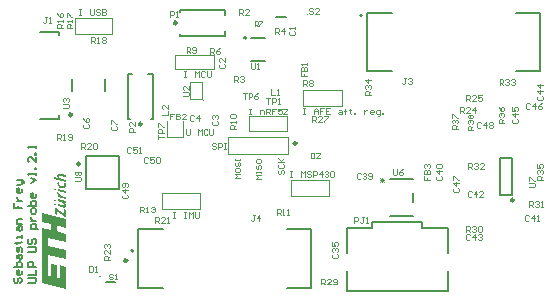
<source format=gto>
G04*
G04 #@! TF.GenerationSoftware,Altium Limited,Altium Designer,23.3.1 (30)*
G04*
G04 Layer_Color=65535*
%FSLAX44Y44*%
%MOMM*%
G71*
G04*
G04 #@! TF.SameCoordinates,1BDB8193-2A7E-4E3D-832C-0021DEAB59C5*
G04*
G04*
G04 #@! TF.FilePolarity,Positive*
G04*
G01*
G75*
%ADD10C,0.1000*%
%ADD11C,0.2500*%
%ADD12C,0.1800*%
%ADD13C,0.2000*%
%ADD14C,0.1270*%
%ADD15C,0.0500*%
%ADD16C,0.1524*%
%ADD17C,0.1300*%
G36*
X49090Y78990D02*
Y77150D01*
X47810Y77430D01*
X48350Y76970D01*
X48770Y76550D01*
X49090Y75990D01*
X49250Y75350D01*
Y74710D01*
X49170Y74390D01*
X48930Y73990D01*
X48610Y73670D01*
X48130Y73510D01*
X47570Y73430D01*
X46970Y73460D01*
X45650Y73750D01*
X42110Y74520D01*
Y76300D01*
X46730Y75270D01*
X47010Y75230D01*
X47330D01*
X47570Y75270D01*
X47730Y75430D01*
X47810Y75670D01*
Y75910D01*
X47650Y76230D01*
X47430Y76550D01*
X47010Y76950D01*
X46370Y77350D01*
X45650Y77750D01*
X44840Y78090D01*
X42110Y78690D01*
Y80540D01*
X49090Y78990D01*
D02*
G37*
G36*
X40690Y73380D02*
X47430Y68210D01*
Y71880D01*
X49090Y71510D01*
Y65470D01*
X48020Y65700D01*
X41310Y70850D01*
Y67190D01*
X39650Y67560D01*
Y73610D01*
X40690Y73380D01*
D02*
G37*
G36*
X49250Y63850D02*
Y56470D01*
X41580Y58270D01*
Y53150D01*
X49250Y51350D01*
Y43970D01*
X34450Y47440D01*
Y40850D01*
X49250Y37370D01*
Y29550D01*
X34450Y33040D01*
Y15840D01*
X36810Y15280D01*
Y25910D01*
X41610Y24780D01*
Y14160D01*
X44050Y13590D01*
Y24690D01*
X49250Y23470D01*
Y12360D01*
Y4550D01*
X29250Y9250D01*
Y56040D01*
X36780Y54280D01*
Y59400D01*
X29250Y61170D01*
Y68550D01*
X49250Y63850D01*
D02*
G37*
G36*
X49090Y87470D02*
Y85830D01*
X42110Y87380D01*
Y89020D01*
X49090Y87470D01*
D02*
G37*
G36*
X43720Y85780D02*
X43650Y85510D01*
Y85310D01*
X43770Y85030D01*
X43970Y84750D01*
X44310Y84410D01*
X44970Y83910D01*
X45650Y83550D01*
X46730Y83110D01*
X47960Y82730D01*
X49090Y82480D01*
Y80840D01*
X42110Y82390D01*
Y84030D01*
X44050Y83600D01*
X43410Y83910D01*
X42930Y84230D01*
X42650Y84510D01*
X42370Y84830D01*
X42210Y85070D01*
X42050Y85430D01*
X42010Y85670D01*
Y85910D01*
X42050Y86150D01*
X43720Y85780D01*
D02*
G37*
G36*
X44230Y102180D02*
X45550Y101890D01*
X49090Y101120D01*
Y99340D01*
X44470Y100370D01*
X44190Y100410D01*
X43870D01*
X43630Y100370D01*
X43470Y100210D01*
X43390Y99970D01*
Y99730D01*
X43550Y99410D01*
X43770Y99090D01*
X44190Y98690D01*
X44830Y98290D01*
X45550Y97890D01*
X46360Y97550D01*
X49090Y96950D01*
Y95310D01*
X38840Y97580D01*
Y99220D01*
X43390Y98210D01*
X42850Y98670D01*
X42430Y99090D01*
X42110Y99650D01*
X41950Y100290D01*
Y100930D01*
X42030Y101250D01*
X42270Y101650D01*
X42590Y101970D01*
X43070Y102130D01*
X43630Y102210D01*
X44230Y102180D01*
D02*
G37*
G36*
X43690Y94990D02*
X43610Y94710D01*
X43570Y94510D01*
X43530Y94070D01*
Y93590D01*
X43570Y93270D01*
X43690Y92950D01*
X43890Y92630D01*
X44330Y92270D01*
X44690Y92030D01*
X45130Y91830D01*
X45650Y91670D01*
X46170Y91590D01*
X46530D01*
X46810Y91630D01*
X47090Y91710D01*
X47330Y91830D01*
X47490Y91990D01*
X47650Y92270D01*
X47730Y92590D01*
Y92870D01*
X47690Y93270D01*
X47570Y93790D01*
X47440Y94160D01*
X49010Y93990D01*
X49060Y93800D01*
X49170Y93350D01*
X49250Y92630D01*
Y92230D01*
X49170Y91430D01*
X49090Y91070D01*
X48930Y90710D01*
X48690Y90390D01*
X48370Y90150D01*
X47970Y89950D01*
X47570Y89830D01*
X46970Y89750D01*
X46290D01*
X45770Y89830D01*
X45250Y89950D01*
X44690Y90150D01*
X44210Y90350D01*
X43730Y90630D01*
X43330Y90950D01*
X43010Y91270D01*
X42610Y91790D01*
X42290Y92430D01*
X42110Y93190D01*
X42050Y93910D01*
Y94550D01*
X42110Y94950D01*
X42240Y95310D01*
X43690Y94990D01*
D02*
G37*
D10*
X78500Y15000D02*
G03*
X77500Y15000I-500J0D01*
G01*
D02*
G03*
X78434Y14752I500J0D01*
G01*
X253250Y236500D02*
G03*
X254250Y236500I500J0D01*
G01*
D02*
G03*
X253250Y236500I-500J0D01*
G01*
X165900Y163850D02*
G03*
X165900Y163850I-500J0D01*
G01*
X130250Y85500D02*
X162500D01*
X130250Y71750D02*
Y85500D01*
Y71750D02*
X162500D01*
Y85500D01*
X56750Y220500D02*
X88000D01*
X134541Y133500D02*
X148500D01*
Y146302D01*
X134541Y133500D02*
Y146302D01*
X186541Y133250D02*
X237000D01*
X186541Y118500D02*
X237000D01*
Y133250D01*
X186541Y118500D02*
Y133250D01*
X141750Y202500D02*
X174500D01*
X239500Y83250D02*
X271750D01*
X239500D02*
Y96750D01*
X271750Y83250D02*
Y96750D01*
X239500D02*
X271750D01*
X141750Y190500D02*
Y202500D01*
X174500Y190500D02*
Y202500D01*
X141750Y190500D02*
X174500D01*
X250000Y159250D02*
Y173250D01*
X283250Y159250D02*
Y173250D01*
X250000Y159250D02*
X283250D01*
X250000Y173250D02*
X283250D01*
X204291Y138000D02*
Y150802D01*
X236541Y138000D02*
Y150802D01*
X204291Y138000D02*
X236541D01*
X204291Y150802D02*
X236541D01*
X56750Y220500D02*
Y233750D01*
X88000Y220500D02*
Y233750D01*
X56750D02*
X88000D01*
X150750Y139998D02*
Y135833D01*
X151583Y135000D01*
X153249D01*
X154082Y135833D01*
Y139998D01*
X160747Y135000D02*
Y139998D01*
X162413Y138332D01*
X164079Y139998D01*
Y135000D01*
X169077Y139165D02*
X168244Y139998D01*
X166578D01*
X165745Y139165D01*
Y135833D01*
X166578Y135000D01*
X168244D01*
X169077Y135833D01*
X170743Y139998D02*
Y135833D01*
X171576Y135000D01*
X173243D01*
X174076Y135833D01*
Y139998D01*
X176582Y127415D02*
X175749Y128248D01*
X174083D01*
X173250Y127415D01*
Y126582D01*
X174083Y125749D01*
X175749D01*
X176582Y124916D01*
Y124083D01*
X175749Y123250D01*
X174083D01*
X173250Y124083D01*
X178248Y123250D02*
Y128248D01*
X180748D01*
X181581Y127415D01*
Y125749D01*
X180748Y124916D01*
X178248D01*
X183247Y128248D02*
X184913D01*
X184080D01*
Y123250D01*
X183247D01*
X184913D01*
X229835Y105332D02*
X229002Y104499D01*
Y102833D01*
X229835Y102000D01*
X230668D01*
X231501Y102833D01*
Y104499D01*
X232334Y105332D01*
X233167D01*
X234000Y104499D01*
Y102833D01*
X233167Y102000D01*
X229835Y110331D02*
X229002Y109497D01*
Y107831D01*
X229835Y106998D01*
X233167D01*
X234000Y107831D01*
Y109497D01*
X233167Y110331D01*
X229002Y111997D02*
X234000D01*
X232334D01*
X229002Y115329D01*
X231501Y112830D01*
X234000Y115329D01*
X214750Y97250D02*
X209752D01*
X211418Y98916D01*
X209752Y100582D01*
X214750D01*
X209752Y102248D02*
Y103914D01*
Y103081D01*
X214750D01*
Y102248D01*
Y103914D01*
X210585Y109746D02*
X209752Y108913D01*
Y107247D01*
X210585Y106414D01*
X211418D01*
X212251Y107247D01*
Y108913D01*
X213084Y109746D01*
X213917D01*
X214750Y108913D01*
Y107247D01*
X213917Y106414D01*
X209752Y113911D02*
Y112245D01*
X210585Y111412D01*
X213917D01*
X214750Y112245D01*
Y113911D01*
X213917Y114744D01*
X210585D01*
X209752Y113911D01*
X197000Y98250D02*
X192002D01*
X193668Y99916D01*
X192002Y101582D01*
X197000D01*
X192002Y105747D02*
Y104081D01*
X192835Y103248D01*
X196167D01*
X197000Y104081D01*
Y105747D01*
X196167Y106581D01*
X192835D01*
X192002Y105747D01*
X192835Y111579D02*
X192002Y110746D01*
Y109080D01*
X192835Y108247D01*
X193668D01*
X194501Y109080D01*
Y110746D01*
X195334Y111579D01*
X196167D01*
X197000Y110746D01*
Y109080D01*
X196167Y108247D01*
X192002Y113245D02*
Y114911D01*
Y114078D01*
X197000D01*
Y113245D01*
Y114911D01*
X239000Y104248D02*
X240666D01*
X239833D01*
Y99250D01*
X239000D01*
X240666D01*
X248164D02*
Y104248D01*
X249830Y102582D01*
X251496Y104248D01*
Y99250D01*
X256494Y103415D02*
X255661Y104248D01*
X253995D01*
X253162Y103415D01*
Y102582D01*
X253995Y101749D01*
X255661D01*
X256494Y100916D01*
Y100083D01*
X255661Y99250D01*
X253995D01*
X253162Y100083D01*
X258160Y99250D02*
Y104248D01*
X260660D01*
X261493Y103415D01*
Y101749D01*
X260660Y100916D01*
X258160D01*
X265658Y99250D02*
Y104248D01*
X263159Y101749D01*
X266491D01*
X268157Y103415D02*
X268990Y104248D01*
X270656D01*
X271489Y103415D01*
Y102582D01*
X270656Y101749D01*
X269823D01*
X270656D01*
X271489Y100916D01*
Y100083D01*
X270656Y99250D01*
X268990D01*
X268157Y100083D01*
X273155Y103415D02*
X273989Y104248D01*
X275655D01*
X276488Y103415D01*
Y100083D01*
X275655Y99250D01*
X273989D01*
X273155Y100083D01*
Y103415D01*
X140250Y69248D02*
X141916D01*
X141083D01*
Y64250D01*
X140250D01*
X141916D01*
X149414Y69248D02*
X151080D01*
X150247D01*
Y64250D01*
X149414D01*
X151080D01*
X153579D02*
Y69248D01*
X155245Y67582D01*
X156911Y69248D01*
Y64250D01*
X158577Y69248D02*
Y65083D01*
X159410Y64250D01*
X161077D01*
X161910Y65083D01*
Y69248D01*
X149500Y189248D02*
X151166D01*
X150333D01*
Y184250D01*
X149500D01*
X151166D01*
X158664D02*
Y189248D01*
X160330Y187582D01*
X161996Y189248D01*
Y184250D01*
X166994Y188415D02*
X166161Y189248D01*
X164495D01*
X163662Y188415D01*
Y185083D01*
X164495Y184250D01*
X166161D01*
X166994Y185083D01*
X168660Y189248D02*
Y185083D01*
X169494Y184250D01*
X171160D01*
X171993Y185083D01*
Y189248D01*
X250250Y157914D02*
X251916D01*
X251083D01*
Y152916D01*
X250250D01*
X251916D01*
X259414D02*
Y156248D01*
X261080Y157914D01*
X262746Y156248D01*
Y152916D01*
Y155415D01*
X259414D01*
X267744Y157914D02*
X264412D01*
Y155415D01*
X266078D01*
X264412D01*
Y152916D01*
X272743Y157914D02*
X269410D01*
Y152916D01*
X272743D01*
X269410Y155415D02*
X271077D01*
X280240Y156248D02*
X281906D01*
X282739Y155415D01*
Y152916D01*
X280240D01*
X279407Y153749D01*
X280240Y154582D01*
X282739D01*
X285239Y152916D02*
Y157081D01*
Y155415D01*
X284405D01*
X286072D01*
X285239D01*
Y157081D01*
X286072Y157914D01*
X289404Y157081D02*
Y156248D01*
X288571D01*
X290237D01*
X289404D01*
Y153749D01*
X290237Y152916D01*
X292736D02*
Y153749D01*
X293569D01*
Y152916D01*
X292736D01*
X301900Y156248D02*
Y152916D01*
Y154582D01*
X302733Y155415D01*
X303566Y156248D01*
X304399D01*
X309397Y152916D02*
X307731D01*
X306898Y153749D01*
Y155415D01*
X307731Y156248D01*
X309397D01*
X310230Y155415D01*
Y154582D01*
X306898D01*
X313563Y151250D02*
X314396D01*
X315229Y152083D01*
Y156248D01*
X312730D01*
X311897Y155415D01*
Y153749D01*
X312730Y152916D01*
X315229D01*
X316895D02*
Y153749D01*
X317728D01*
Y152916D01*
X316895D01*
X204250Y157248D02*
X205916D01*
X205083D01*
Y152250D01*
X204250D01*
X205916D01*
X213414D02*
Y155582D01*
X215913D01*
X216746Y154749D01*
Y152250D01*
X218412D02*
Y157248D01*
X220911D01*
X221744Y156415D01*
Y154749D01*
X220911Y153916D01*
X218412D01*
X220078D02*
X221744Y152250D01*
X226743Y157248D02*
X223410D01*
Y154749D01*
X225077D01*
X223410D01*
Y152250D01*
X231741Y157248D02*
X228409D01*
Y154749D01*
X230075Y155582D01*
X230908D01*
X231741Y154749D01*
Y153083D01*
X230908Y152250D01*
X229242D01*
X228409Y153083D01*
X236739Y152250D02*
X233407D01*
X236739Y155582D01*
Y156415D01*
X235906Y157248D01*
X234240D01*
X233407Y156415D01*
X60500Y241248D02*
X62166D01*
X61333D01*
Y236250D01*
X60500D01*
X62166D01*
X69664Y241248D02*
Y237083D01*
X70497Y236250D01*
X72163D01*
X72996Y237083D01*
Y241248D01*
X77994Y240415D02*
X77161Y241248D01*
X75495D01*
X74662Y240415D01*
Y239582D01*
X75495Y238749D01*
X77161D01*
X77994Y237916D01*
Y237083D01*
X77161Y236250D01*
X75495D01*
X74662Y237083D01*
X79660Y241248D02*
Y236250D01*
X82160D01*
X82993Y237083D01*
Y237916D01*
X82160Y238749D01*
X79660D01*
X82160D01*
X82993Y239582D01*
Y240415D01*
X82160Y241248D01*
X79660D01*
X314806Y98717D02*
X318138Y95385D01*
X314806D02*
X318138Y98717D01*
X314806Y97051D02*
X318138D01*
X316472Y95385D02*
Y98717D01*
X195585Y236751D02*
Y241749D01*
X198084D01*
X198917Y240916D01*
Y239250D01*
X198084Y238417D01*
X195585D01*
X197251D02*
X198917Y236751D01*
X203915D02*
X200583D01*
X203915Y240083D01*
Y240916D01*
X203082Y241749D01*
X201416D01*
X200583Y240916D01*
X258667Y241666D02*
X257834Y242499D01*
X256168D01*
X255335Y241666D01*
Y240833D01*
X256168Y240000D01*
X257834D01*
X258667Y239167D01*
Y238334D01*
X257834Y237501D01*
X256168D01*
X255335Y238334D01*
X263665Y237501D02*
X260333D01*
X263665Y240833D01*
Y241666D01*
X262832Y242499D01*
X261166D01*
X260333Y241666D01*
X89000Y16666D02*
X88167Y17499D01*
X86501D01*
X85668Y16666D01*
Y15833D01*
X86501Y15000D01*
X88167D01*
X89000Y14167D01*
Y13334D01*
X88167Y12501D01*
X86501D01*
X85668Y13334D01*
X90666Y12501D02*
X92332D01*
X91499D01*
Y17499D01*
X90666Y16666D01*
X250335Y176001D02*
Y180999D01*
X252834D01*
X253667Y180166D01*
Y178500D01*
X252834Y177667D01*
X250335D01*
X252001D02*
X253667Y176001D01*
X255333Y180166D02*
X256166Y180999D01*
X257832D01*
X258665Y180166D01*
Y179333D01*
X257832Y178500D01*
X258665Y177667D01*
Y176834D01*
X257832Y176001D01*
X256166D01*
X255333Y176834D01*
Y177667D01*
X256166Y178500D01*
X255333Y179333D01*
Y180166D01*
X256166Y178500D02*
X257832D01*
X326335Y105749D02*
Y101584D01*
X327168Y100751D01*
X328834D01*
X329667Y101584D01*
Y105749D01*
X334665D02*
X332999Y104916D01*
X331333Y103250D01*
Y101584D01*
X332166Y100751D01*
X333832D01*
X334665Y101584D01*
Y102417D01*
X333832Y103250D01*
X331333D01*
X352501Y100418D02*
Y97086D01*
X355000D01*
Y98752D01*
Y97086D01*
X357499D01*
X352501Y102084D02*
X357499D01*
Y104583D01*
X356666Y105416D01*
X355833D01*
X355000Y104583D01*
Y102084D01*
Y104583D01*
X354167Y105416D01*
X353334D01*
X352501Y104583D01*
Y102084D01*
X353334Y107082D02*
X352501Y107915D01*
Y109581D01*
X353334Y110414D01*
X354167D01*
X355000Y109581D01*
Y108748D01*
Y109581D01*
X355833Y110414D01*
X356666D01*
X357499Y109581D01*
Y107915D01*
X356666Y107082D01*
X363584Y99918D02*
X362751Y99085D01*
Y97419D01*
X363584Y96586D01*
X366916D01*
X367749Y97419D01*
Y99085D01*
X366916Y99918D01*
X367749Y104083D02*
X362751D01*
X365250Y101584D01*
Y104916D01*
X363584Y106582D02*
X362751Y107415D01*
Y109081D01*
X363584Y109915D01*
X366916D01*
X367749Y109081D01*
Y107415D01*
X366916Y106582D01*
X363584D01*
X298668Y101916D02*
X297835Y102749D01*
X296169D01*
X295336Y101916D01*
Y98584D01*
X296169Y97751D01*
X297835D01*
X298668Y98584D01*
X300334Y101916D02*
X301167Y102749D01*
X302833D01*
X303666Y101916D01*
Y101083D01*
X302833Y100250D01*
X302000D01*
X302833D01*
X303666Y99417D01*
Y98584D01*
X302833Y97751D01*
X301167D01*
X300334Y98584D01*
X305332D02*
X306165Y97751D01*
X307831D01*
X308664Y98584D01*
Y101916D01*
X307831Y102749D01*
X306165D01*
X305332Y101916D01*
Y101083D01*
X306165Y100250D01*
X308664D01*
X337417Y182999D02*
X335751D01*
X336584D01*
Y178834D01*
X335751Y178001D01*
X334918D01*
X334085Y178834D01*
X339083Y182166D02*
X339916Y182999D01*
X341582D01*
X342415Y182166D01*
Y181333D01*
X341582Y180500D01*
X340749D01*
X341582D01*
X342415Y179667D01*
Y178834D01*
X341582Y178001D01*
X339916D01*
X339083Y178834D01*
X265585Y8251D02*
Y13249D01*
X268085D01*
X268918Y12416D01*
Y10750D01*
X268085Y9917D01*
X265585D01*
X267252D02*
X268918Y8251D01*
X273916D02*
X270584D01*
X273916Y11583D01*
Y12416D01*
X273083Y13249D01*
X271417D01*
X270584Y12416D01*
X275582Y9084D02*
X276415Y8251D01*
X278081D01*
X278915Y9084D01*
Y12416D01*
X278081Y13249D01*
X276415D01*
X275582Y12416D01*
Y11583D01*
X276415Y10750D01*
X278915D01*
X275084Y34418D02*
X274251Y33585D01*
Y31919D01*
X275084Y31086D01*
X278416D01*
X279249Y31919D01*
Y33585D01*
X278416Y34418D01*
X275084Y36084D02*
X274251Y36917D01*
Y38583D01*
X275084Y39416D01*
X275917D01*
X276750Y38583D01*
Y37750D01*
Y38583D01*
X277583Y39416D01*
X278416D01*
X279249Y38583D01*
Y36917D01*
X278416Y36084D01*
X274251Y44415D02*
Y41082D01*
X276750D01*
X275917Y42748D01*
Y43581D01*
X276750Y44415D01*
X278416D01*
X279249Y43581D01*
Y41915D01*
X278416Y41082D01*
X57251Y95585D02*
X61416D01*
X62249Y96418D01*
Y98084D01*
X61416Y98917D01*
X57251D01*
X58084Y100583D02*
X57251Y101416D01*
Y103082D01*
X58084Y103915D01*
X58917D01*
X59750Y103082D01*
X60583Y103915D01*
X61416D01*
X62249Y103082D01*
Y101416D01*
X61416Y100583D01*
X60583D01*
X59750Y101416D01*
X58917Y100583D01*
X58084D01*
X59750Y101416D02*
Y103082D01*
X441001Y90835D02*
X445166D01*
X445999Y91668D01*
Y93334D01*
X445166Y94167D01*
X441001D01*
Y95833D02*
Y99165D01*
X441834D01*
X445166Y95833D01*
X445999D01*
X47001Y158085D02*
X51166D01*
X51999Y158918D01*
Y160584D01*
X51166Y161417D01*
X47001D01*
X47834Y163083D02*
X47001Y163916D01*
Y165582D01*
X47834Y166415D01*
X48667D01*
X49500Y165582D01*
Y164749D01*
Y165582D01*
X50333Y166415D01*
X51166D01*
X51999Y165582D01*
Y163916D01*
X51166Y163083D01*
X148501Y167585D02*
X152666D01*
X153499Y168418D01*
Y170084D01*
X152666Y170917D01*
X148501D01*
X153499Y175915D02*
Y172583D01*
X150167Y175915D01*
X149334D01*
X148501Y175082D01*
Y173416D01*
X149334Y172583D01*
X206168Y195999D02*
Y191834D01*
X207001Y191001D01*
X208667D01*
X209500Y191834D01*
Y195999D01*
X211166Y191001D02*
X212832D01*
X211999D01*
Y195999D01*
X211166Y195166D01*
X127001Y131335D02*
Y134668D01*
Y133002D01*
X131999D01*
Y136334D02*
X127001D01*
Y138833D01*
X127834Y139666D01*
X129500D01*
X130333Y138833D01*
Y136334D01*
X127001Y141332D02*
Y144664D01*
X127834D01*
X131166Y141332D01*
X131999D01*
X198836Y169999D02*
X202168D01*
X200502D01*
Y165001D01*
X203834D02*
Y169999D01*
X206333D01*
X207166Y169166D01*
Y167500D01*
X206333Y166667D01*
X203834D01*
X212164Y169999D02*
X210498Y169166D01*
X208832Y167500D01*
Y165834D01*
X209665Y165001D01*
X211331D01*
X212164Y165834D01*
Y166667D01*
X211331Y167500D01*
X208832D01*
X218419Y166249D02*
X221751D01*
X220085D01*
Y161251D01*
X223417D02*
Y166249D01*
X225916D01*
X226749Y165416D01*
Y163750D01*
X225916Y162917D01*
X223417D01*
X228415Y161251D02*
X230081D01*
X229248D01*
Y166249D01*
X228415Y165416D01*
X394249Y138835D02*
X389251D01*
Y141335D01*
X390084Y142168D01*
X391750D01*
X392583Y141335D01*
Y138835D01*
Y140502D02*
X394249Y142168D01*
X390084Y143834D02*
X389251Y144667D01*
Y146333D01*
X390084Y147166D01*
X390917D01*
X391750Y146333D01*
Y145500D01*
Y146333D01*
X392583Y147166D01*
X393416D01*
X394249Y146333D01*
Y144667D01*
X393416Y143834D01*
X390084Y148832D02*
X389251Y149665D01*
Y151331D01*
X390084Y152164D01*
X390917D01*
X391750Y151331D01*
X392583Y152164D01*
X393416D01*
X394249Y151331D01*
Y149665D01*
X393416Y148832D01*
X392583D01*
X391750Y149665D01*
X390917Y148832D01*
X390084D01*
X391750Y149665D02*
Y151331D01*
X381499Y139586D02*
X376501D01*
Y142085D01*
X377334Y142918D01*
X379000D01*
X379833Y142085D01*
Y139586D01*
Y141252D02*
X381499Y142918D01*
X377334Y144584D02*
X376501Y145417D01*
Y147083D01*
X377334Y147916D01*
X378167D01*
X379000Y147083D01*
Y146250D01*
Y147083D01*
X379833Y147916D01*
X380666D01*
X381499Y147083D01*
Y145417D01*
X380666Y144584D01*
X376501Y149582D02*
Y152914D01*
X377334D01*
X380666Y149582D01*
X381499D01*
X420499Y145336D02*
X415501D01*
Y147835D01*
X416334Y148668D01*
X418000D01*
X418833Y147835D01*
Y145336D01*
Y147002D02*
X420499Y148668D01*
X416334Y150334D02*
X415501Y151167D01*
Y152833D01*
X416334Y153666D01*
X417167D01*
X418000Y152833D01*
Y152000D01*
Y152833D01*
X418833Y153666D01*
X419666D01*
X420499Y152833D01*
Y151167D01*
X419666Y150334D01*
X415501Y158665D02*
X416334Y156998D01*
X418000Y155332D01*
X419666D01*
X420499Y156165D01*
Y157831D01*
X419666Y158665D01*
X418833D01*
X418000Y157831D01*
Y155332D01*
X452999Y96586D02*
X448001D01*
Y99085D01*
X448834Y99918D01*
X450500D01*
X451333Y99085D01*
Y96586D01*
Y98252D02*
X452999Y99918D01*
X448834Y101584D02*
X448001Y102417D01*
Y104083D01*
X448834Y104916D01*
X449667D01*
X450500Y104083D01*
Y103250D01*
Y104083D01*
X451333Y104916D01*
X452166D01*
X452999Y104083D01*
Y102417D01*
X452166Y101584D01*
X448001Y109915D02*
Y106582D01*
X450500D01*
X449667Y108248D01*
Y109081D01*
X450500Y109915D01*
X452166D01*
X452999Y109081D01*
Y107415D01*
X452166Y106582D01*
X307249Y169086D02*
X302251D01*
Y171585D01*
X303084Y172418D01*
X304750D01*
X305583Y171585D01*
Y169086D01*
Y170752D02*
X307249Y172418D01*
X303084Y174084D02*
X302251Y174917D01*
Y176583D01*
X303084Y177416D01*
X303917D01*
X304750Y176583D01*
Y175750D01*
Y176583D01*
X305583Y177416D01*
X306416D01*
X307249Y176583D01*
Y174917D01*
X306416Y174084D01*
X307249Y181581D02*
X302251D01*
X304750Y179082D01*
Y182414D01*
X389585Y105751D02*
Y110749D01*
X392085D01*
X392918Y109916D01*
Y108250D01*
X392085Y107417D01*
X389585D01*
X391252D02*
X392918Y105751D01*
X394584Y109916D02*
X395417Y110749D01*
X397083D01*
X397916Y109916D01*
Y109083D01*
X397083Y108250D01*
X396250D01*
X397083D01*
X397916Y107417D01*
Y106584D01*
X397083Y105751D01*
X395417D01*
X394584Y106584D01*
X402915Y105751D02*
X399582D01*
X402915Y109083D01*
Y109916D01*
X402081Y110749D01*
X400415D01*
X399582Y109916D01*
X441669Y74251D02*
Y79249D01*
X444168D01*
X445001Y78416D01*
Y76750D01*
X444168Y75917D01*
X441669D01*
X443335D02*
X445001Y74251D01*
X446667Y78416D02*
X447500Y79249D01*
X449166D01*
X449999Y78416D01*
Y77583D01*
X449166Y76750D01*
X448333D01*
X449166D01*
X449999Y75917D01*
Y75084D01*
X449166Y74251D01*
X447500D01*
X446667Y75084D01*
X451665Y74251D02*
X453331D01*
X452498D01*
Y79249D01*
X451665Y78416D01*
X388335Y52751D02*
Y57749D01*
X390835D01*
X391668Y56916D01*
Y55250D01*
X390835Y54417D01*
X388335D01*
X390002D02*
X391668Y52751D01*
X393334Y56916D02*
X394167Y57749D01*
X395833D01*
X396666Y56916D01*
Y56083D01*
X395833Y55250D01*
X395000D01*
X395833D01*
X396666Y54417D01*
Y53584D01*
X395833Y52751D01*
X394167D01*
X393334Y53584D01*
X398332Y56916D02*
X399165Y57749D01*
X400831D01*
X401665Y56916D01*
Y53584D01*
X400831Y52751D01*
X399165D01*
X398332Y53584D01*
Y56916D01*
X257586Y146001D02*
Y150999D01*
X260085D01*
X260918Y150166D01*
Y148500D01*
X260085Y147667D01*
X257586D01*
X259252D02*
X260918Y146001D01*
X265916D02*
X262584D01*
X265916Y149333D01*
Y150166D01*
X265083Y150999D01*
X263417D01*
X262584Y150166D01*
X267582Y150999D02*
X270914D01*
Y150166D01*
X267582Y146834D01*
Y146001D01*
X387836Y163501D02*
Y168499D01*
X390335D01*
X391168Y167666D01*
Y166000D01*
X390335Y165167D01*
X387836D01*
X389502D02*
X391168Y163501D01*
X396166D02*
X392834D01*
X396166Y166833D01*
Y167666D01*
X395333Y168499D01*
X393667D01*
X392834Y167666D01*
X401165Y168499D02*
X397832D01*
Y166000D01*
X399498Y166833D01*
X400331D01*
X401165Y166000D01*
Y164334D01*
X400331Y163501D01*
X398665D01*
X397832Y164334D01*
X416335Y177501D02*
Y182499D01*
X418835D01*
X419668Y181666D01*
Y180000D01*
X418835Y179167D01*
X416335D01*
X418002D02*
X419668Y177501D01*
X421334Y181666D02*
X422167Y182499D01*
X423833D01*
X424666Y181666D01*
Y180833D01*
X423833Y180000D01*
X423000D01*
X423833D01*
X424666Y179167D01*
Y178334D01*
X423833Y177501D01*
X422167D01*
X421334Y178334D01*
X426332Y181666D02*
X427165Y182499D01*
X428831D01*
X429664Y181666D01*
Y180833D01*
X428831Y180000D01*
X427998D01*
X428831D01*
X429664Y179167D01*
Y178334D01*
X428831Y177501D01*
X427165D01*
X426332Y178334D01*
X383086Y153501D02*
Y158499D01*
X385585D01*
X386418Y157666D01*
Y156000D01*
X385585Y155167D01*
X383086D01*
X384752D02*
X386418Y153501D01*
X391416D02*
X388084D01*
X391416Y156833D01*
Y157666D01*
X390583Y158499D01*
X388917D01*
X388084Y157666D01*
X395581Y153501D02*
Y158499D01*
X393082Y156000D01*
X396414D01*
X124603Y60093D02*
Y65092D01*
X127102D01*
X127935Y64258D01*
Y62592D01*
X127102Y61759D01*
X124603D01*
X126269D02*
X127935Y60093D01*
X132934D02*
X129602D01*
X132934Y63425D01*
Y64258D01*
X132101Y65092D01*
X130435D01*
X129602Y64258D01*
X134600Y60093D02*
X136266D01*
X135433D01*
Y65092D01*
X134600Y64258D01*
X86249Y29086D02*
X81251D01*
Y31585D01*
X82084Y32418D01*
X83750D01*
X84583Y31585D01*
Y29086D01*
Y30752D02*
X86249Y32418D01*
Y37416D02*
Y34084D01*
X82917Y37416D01*
X82084D01*
X81251Y36583D01*
Y34917D01*
X82084Y34084D01*
Y39082D02*
X81251Y39915D01*
Y41581D01*
X82084Y42414D01*
X82917D01*
X83750Y41581D01*
Y40748D01*
Y41581D01*
X84583Y42414D01*
X85416D01*
X86249Y41581D01*
Y39915D01*
X85416Y39082D01*
X61835Y123001D02*
Y127999D01*
X64335D01*
X65168Y127166D01*
Y125500D01*
X64335Y124667D01*
X61835D01*
X63502D02*
X65168Y123001D01*
X70166D02*
X66834D01*
X70166Y126333D01*
Y127166D01*
X69333Y127999D01*
X67667D01*
X66834Y127166D01*
X71832D02*
X72665Y127999D01*
X74331D01*
X75164Y127166D01*
Y123834D01*
X74331Y123001D01*
X72665D01*
X71832Y123834D01*
Y127166D01*
X41502Y130501D02*
Y135499D01*
X44001D01*
X44834Y134666D01*
Y133000D01*
X44001Y132167D01*
X41502D01*
X43168D02*
X44834Y130501D01*
X46500D02*
X48166D01*
X47333D01*
Y135499D01*
X46500Y134666D01*
X50666Y131334D02*
X51499Y130501D01*
X53165D01*
X53998Y131334D01*
Y134666D01*
X53165Y135499D01*
X51499D01*
X50666Y134666D01*
Y133833D01*
X51499Y133000D01*
X53998D01*
X70502Y212501D02*
Y217499D01*
X73001D01*
X73834Y216666D01*
Y215000D01*
X73001Y214167D01*
X70502D01*
X72168D02*
X73834Y212501D01*
X75500D02*
X77167D01*
X76333D01*
Y217499D01*
X75500Y216666D01*
X79666D02*
X80499Y217499D01*
X82165D01*
X82998Y216666D01*
Y215833D01*
X82165Y215000D01*
X82998Y214167D01*
Y213334D01*
X82165Y212501D01*
X80499D01*
X79666Y213334D01*
Y214167D01*
X80499Y215000D01*
X79666Y215833D01*
Y216666D01*
X80499Y215000D02*
X82165D01*
X54749Y225502D02*
X49751D01*
Y228001D01*
X50584Y228834D01*
X52250D01*
X53083Y228001D01*
Y225502D01*
Y227168D02*
X54749Y228834D01*
Y230500D02*
Y232167D01*
Y231334D01*
X49751D01*
X50584Y230500D01*
X49751Y234666D02*
Y237998D01*
X50584D01*
X53916Y234666D01*
X54749D01*
X46749Y225252D02*
X41751D01*
Y227751D01*
X42584Y228584D01*
X44250D01*
X45083Y227751D01*
Y225252D01*
Y226918D02*
X46749Y228584D01*
Y230250D02*
Y231917D01*
Y231084D01*
X41751D01*
X42584Y230250D01*
X41751Y237748D02*
X42584Y236082D01*
X44250Y234416D01*
X45916D01*
X46749Y235249D01*
Y236915D01*
X45916Y237748D01*
X45083D01*
X44250Y236915D01*
Y234416D01*
X112252Y69251D02*
Y74249D01*
X114751D01*
X115584Y73416D01*
Y71750D01*
X114751Y70917D01*
X112252D01*
X113918D02*
X115584Y69251D01*
X117250D02*
X118917D01*
X118083D01*
Y74249D01*
X117250Y73416D01*
X121416D02*
X122249Y74249D01*
X123915D01*
X124748Y73416D01*
Y72583D01*
X123915Y71750D01*
X123082D01*
X123915D01*
X124748Y70917D01*
Y70084D01*
X123915Y69251D01*
X122249D01*
X121416Y70084D01*
X227585Y67251D02*
Y72249D01*
X230084D01*
X230917Y71416D01*
Y69750D01*
X230084Y68917D01*
X227585D01*
X229251D02*
X230917Y67251D01*
X232584D02*
X234250D01*
X233417D01*
Y72249D01*
X232584Y71416D01*
X236749Y67251D02*
X238415D01*
X237582D01*
Y72249D01*
X236749Y71416D01*
X192999Y140002D02*
X188001D01*
Y142501D01*
X188834Y143334D01*
X190500D01*
X191333Y142501D01*
Y140002D01*
Y141668D02*
X192999Y143334D01*
Y145000D02*
Y146666D01*
Y145834D01*
X188001D01*
X188834Y145000D01*
Y149166D02*
X188001Y149999D01*
Y151665D01*
X188834Y152498D01*
X192166D01*
X192999Y151665D01*
Y149999D01*
X192166Y149166D01*
X188834D01*
X151335Y204251D02*
Y209249D01*
X153834D01*
X154667Y208416D01*
Y206750D01*
X153834Y205917D01*
X151335D01*
X153001D02*
X154667Y204251D01*
X156333Y205084D02*
X157166Y204251D01*
X158832D01*
X159665Y205084D01*
Y208416D01*
X158832Y209249D01*
X157166D01*
X156333Y208416D01*
Y207583D01*
X157166Y206750D01*
X159665D01*
X208918Y227001D02*
Y230999D01*
X210917D01*
X211583Y230333D01*
Y229000D01*
X210917Y228334D01*
X208918D01*
X210251D02*
X211583Y227001D01*
X212916Y230999D02*
X215582D01*
Y230333D01*
X212916Y227667D01*
Y227001D01*
X171335Y203751D02*
Y208749D01*
X173834D01*
X174667Y207916D01*
Y206250D01*
X173834Y205417D01*
X171335D01*
X173001D02*
X174667Y203751D01*
X179665Y208749D02*
X177999Y207916D01*
X176333Y206250D01*
Y204584D01*
X177166Y203751D01*
X178832D01*
X179665Y204584D01*
Y205417D01*
X178832Y206250D01*
X176333D01*
X226335Y220501D02*
Y225499D01*
X228834D01*
X229667Y224666D01*
Y223000D01*
X228834Y222167D01*
X226335D01*
X228001D02*
X229667Y220501D01*
X233832D02*
Y225499D01*
X231333Y223000D01*
X234665D01*
X191335Y179501D02*
Y184499D01*
X193834D01*
X194667Y183666D01*
Y182000D01*
X193834Y181167D01*
X191335D01*
X193001D02*
X194667Y179501D01*
X196333Y183666D02*
X197166Y184499D01*
X198832D01*
X199665Y183666D01*
Y182833D01*
X198832Y182000D01*
X197999D01*
X198832D01*
X199665Y181167D01*
Y180334D01*
X198832Y179501D01*
X197166D01*
X196333Y180334D01*
X293419Y60501D02*
Y65499D01*
X295918D01*
X296751Y64666D01*
Y63000D01*
X295918Y62167D01*
X293419D01*
X301749Y65499D02*
X300083D01*
X300916D01*
Y61334D01*
X300083Y60501D01*
X299250D01*
X298417Y61334D01*
X303415Y60501D02*
X305081D01*
X304248D01*
Y65499D01*
X303415Y64666D01*
X107749Y137535D02*
X102751D01*
Y140034D01*
X103584Y140867D01*
X105250D01*
X106083Y140034D01*
Y137535D01*
X107749Y145865D02*
Y142533D01*
X104417Y145865D01*
X103584D01*
X102751Y145032D01*
Y143366D01*
X103584Y142533D01*
X137668Y235001D02*
Y239999D01*
X140167D01*
X141000Y239166D01*
Y237500D01*
X140167Y236667D01*
X137668D01*
X142666Y235001D02*
X144332D01*
X143499D01*
Y239999D01*
X142666Y239166D01*
X130251Y151835D02*
X135249D01*
Y155167D01*
Y160165D02*
Y156833D01*
X131917Y160165D01*
X131084D01*
X130251Y159332D01*
Y157666D01*
X131084Y156833D01*
X222918Y173749D02*
Y168751D01*
X226250D01*
X227916D02*
X229582D01*
X228749D01*
Y173749D01*
X227916Y172916D01*
X208917Y66749D02*
X207251D01*
X208084D01*
Y62584D01*
X207251Y61751D01*
X206418D01*
X205585Y62584D01*
X213082Y61751D02*
Y66749D01*
X210583Y64250D01*
X213915D01*
X33500Y234749D02*
X31834D01*
X32667D01*
Y230584D01*
X31834Y229751D01*
X31001D01*
X30168Y230584D01*
X35166Y229751D02*
X36832D01*
X35999D01*
Y234749D01*
X35166Y233916D01*
X140668Y152999D02*
X137336D01*
Y150500D01*
X139002D01*
X137336D01*
Y148001D01*
X142334Y152999D02*
Y148001D01*
X144833D01*
X145666Y148834D01*
Y149667D01*
X144833Y150500D01*
X142334D01*
X144833D01*
X145666Y151333D01*
Y152166D01*
X144833Y152999D01*
X142334D01*
X150665Y148001D02*
X147332D01*
X150665Y151333D01*
Y152166D01*
X149831Y152999D01*
X148165D01*
X147332Y152166D01*
X248001Y187751D02*
Y184419D01*
X250500D01*
Y186085D01*
Y184419D01*
X252999D01*
X248001Y189417D02*
X252999D01*
Y191916D01*
X252166Y192749D01*
X251333D01*
X250500Y191916D01*
Y189417D01*
Y191916D01*
X249667Y192749D01*
X248834D01*
X248001Y191916D01*
Y189417D01*
X252999Y194415D02*
Y196081D01*
Y195248D01*
X248001D01*
X248834Y194415D01*
X256335Y119999D02*
Y115001D01*
X258834D01*
X259667Y115834D01*
Y119166D01*
X258834Y119999D01*
X256335D01*
X264665Y115001D02*
X261333D01*
X264665Y118333D01*
Y119166D01*
X263832Y119999D01*
X262166D01*
X261333Y119166D01*
X68668Y23499D02*
Y18501D01*
X71167D01*
X72000Y19334D01*
Y22666D01*
X71167Y23499D01*
X68668D01*
X73666Y18501D02*
X75332D01*
X74499D01*
Y23499D01*
X73666Y22666D01*
X104251Y123916D02*
X103418Y124749D01*
X101752D01*
X100919Y123916D01*
Y120584D01*
X101752Y119751D01*
X103418D01*
X104251Y120584D01*
X109249Y124749D02*
X105917D01*
Y122250D01*
X107583Y123083D01*
X108416D01*
X109249Y122250D01*
Y120584D01*
X108416Y119751D01*
X106750D01*
X105917Y120584D01*
X110915Y119751D02*
X112581D01*
X111748D01*
Y124749D01*
X110915Y123916D01*
X118918Y115416D02*
X118085Y116249D01*
X116419D01*
X115585Y115416D01*
Y112084D01*
X116419Y111251D01*
X118085D01*
X118918Y112084D01*
X123916Y116249D02*
X120584D01*
Y113750D01*
X122250Y114583D01*
X123083D01*
X123916Y113750D01*
Y112084D01*
X123083Y111251D01*
X121417D01*
X120584Y112084D01*
X125582Y115416D02*
X126415Y116249D01*
X128081D01*
X128914Y115416D01*
Y112084D01*
X128081Y111251D01*
X126415D01*
X125582Y112084D01*
Y115416D01*
X97834Y84418D02*
X97001Y83585D01*
Y81919D01*
X97834Y81086D01*
X101166D01*
X101999Y81919D01*
Y83585D01*
X101166Y84418D01*
X101999Y88583D02*
X97001D01*
X99500Y86084D01*
Y89416D01*
X101166Y91082D02*
X101999Y91915D01*
Y93581D01*
X101166Y94415D01*
X97834D01*
X97001Y93581D01*
Y91915D01*
X97834Y91082D01*
X98667D01*
X99500Y91915D01*
Y94415D01*
X400418Y144666D02*
X399585Y145499D01*
X397919D01*
X397085Y144666D01*
Y141334D01*
X397919Y140501D01*
X399585D01*
X400418Y141334D01*
X404583Y140501D02*
Y145499D01*
X402084Y143000D01*
X405416D01*
X407082Y144666D02*
X407915Y145499D01*
X409581D01*
X410415Y144666D01*
Y143833D01*
X409581Y143000D01*
X410415Y142167D01*
Y141334D01*
X409581Y140501D01*
X407915D01*
X407082Y141334D01*
Y142167D01*
X407915Y143000D01*
X407082Y143833D01*
Y144666D01*
X407915Y143000D02*
X409581D01*
X377749Y89922D02*
X376916Y89089D01*
Y87423D01*
X377749Y86590D01*
X381081D01*
X381914Y87423D01*
Y89089D01*
X381081Y89922D01*
X381914Y94087D02*
X376916D01*
X379415Y91588D01*
Y94921D01*
X376916Y96587D02*
Y99919D01*
X377749D01*
X381081Y96587D01*
X381914D01*
X441918Y160666D02*
X441085Y161499D01*
X439419D01*
X438586Y160666D01*
Y157334D01*
X439419Y156501D01*
X441085D01*
X441918Y157334D01*
X446083Y156501D02*
Y161499D01*
X443584Y159000D01*
X446916D01*
X451914Y161499D02*
X450248Y160666D01*
X448582Y159000D01*
Y157334D01*
X449415Y156501D01*
X451081D01*
X451914Y157334D01*
Y158167D01*
X451081Y159000D01*
X448582D01*
X427834Y148418D02*
X427001Y147585D01*
Y145919D01*
X427834Y145085D01*
X431166D01*
X431999Y145919D01*
Y147585D01*
X431166Y148418D01*
X431999Y152583D02*
X427001D01*
X429500Y150084D01*
Y153416D01*
X427001Y158414D02*
Y155082D01*
X429500D01*
X428667Y156748D01*
Y157581D01*
X429500Y158414D01*
X431166D01*
X431999Y157581D01*
Y155915D01*
X431166Y155082D01*
X448834Y168168D02*
X448001Y167335D01*
Y165669D01*
X448834Y164835D01*
X452166D01*
X452999Y165669D01*
Y167335D01*
X452166Y168168D01*
X452999Y172333D02*
X448001D01*
X450500Y169834D01*
Y173166D01*
X452999Y177331D02*
X448001D01*
X450500Y174832D01*
Y178165D01*
X391418Y49916D02*
X390585Y50749D01*
X388919D01*
X388086Y49916D01*
Y46584D01*
X388919Y45751D01*
X390585D01*
X391418Y46584D01*
X395583Y45751D02*
Y50749D01*
X393084Y48250D01*
X396416D01*
X398082Y49916D02*
X398915Y50749D01*
X400581D01*
X401414Y49916D01*
Y49083D01*
X400581Y48250D01*
X399748D01*
X400581D01*
X401414Y47417D01*
Y46584D01*
X400581Y45751D01*
X398915D01*
X398082Y46584D01*
X392668Y86666D02*
X391835Y87499D01*
X390169D01*
X389336Y86666D01*
Y83334D01*
X390169Y82501D01*
X391835D01*
X392668Y83334D01*
X396833Y82501D02*
Y87499D01*
X394334Y85000D01*
X397666D01*
X402664Y82501D02*
X399332D01*
X402664Y85833D01*
Y86666D01*
X401831Y87499D01*
X400165D01*
X399332Y86666D01*
X441251Y65916D02*
X440418Y66749D01*
X438752D01*
X437919Y65916D01*
Y62584D01*
X438752Y61751D01*
X440418D01*
X441251Y62584D01*
X445416Y61751D02*
Y66749D01*
X442917Y64250D01*
X446249D01*
X447915Y61751D02*
X449581D01*
X448748D01*
Y66749D01*
X447915Y65916D01*
X88334Y142417D02*
X87501Y141584D01*
Y139918D01*
X88334Y139085D01*
X91666D01*
X92499Y139918D01*
Y141584D01*
X91666Y142417D01*
X87501Y144083D02*
Y147415D01*
X88334D01*
X91666Y144083D01*
X92499D01*
X64334Y144167D02*
X63501Y143334D01*
Y141668D01*
X64334Y140835D01*
X67666D01*
X68499Y141668D01*
Y143334D01*
X67666Y144167D01*
X63501Y149165D02*
X64334Y147499D01*
X66000Y145833D01*
X67666D01*
X68499Y146666D01*
Y148332D01*
X67666Y149165D01*
X66833D01*
X66000Y148332D01*
Y145833D01*
X157917Y151166D02*
X157084Y151999D01*
X155418D01*
X154585Y151166D01*
Y147834D01*
X155418Y147001D01*
X157084D01*
X157917Y147834D01*
X162082Y147001D02*
Y151999D01*
X159583Y149500D01*
X162915D01*
X174084Y146417D02*
X173251Y145584D01*
Y143918D01*
X174084Y143085D01*
X177416D01*
X178249Y143918D01*
Y145584D01*
X177416Y146417D01*
X174084Y148083D02*
X173251Y148916D01*
Y150582D01*
X174084Y151415D01*
X174917D01*
X175750Y150582D01*
Y149749D01*
Y150582D01*
X176583Y151415D01*
X177416D01*
X178249Y150582D01*
Y148916D01*
X177416Y148083D01*
X179834Y194917D02*
X179001Y194084D01*
Y192418D01*
X179834Y191585D01*
X183166D01*
X183999Y192418D01*
Y194084D01*
X183166Y194917D01*
X183999Y199915D02*
Y196583D01*
X180667Y199915D01*
X179834D01*
X179001Y199082D01*
Y197416D01*
X179834Y196583D01*
X238584Y223000D02*
X237751Y222167D01*
Y220501D01*
X238584Y219668D01*
X241916D01*
X242749Y220501D01*
Y222167D01*
X241916Y223000D01*
X242749Y224666D02*
Y226332D01*
Y225499D01*
X237751D01*
X238584Y224666D01*
D11*
X101000Y28500D02*
G03*
X101000Y28500I-1250J0D01*
G01*
X143050Y229750D02*
G03*
X143050Y229750I-1250J0D01*
G01*
X428500Y79750D02*
G03*
X428500Y79750I-1250J0D01*
G01*
X244500Y127750D02*
G03*
X244500Y127750I-1250J0D01*
G01*
X113500Y144000D02*
G03*
X113500Y144000I-1250J0D01*
G01*
X54250Y152000D02*
G03*
X54250Y152000I-1250J0D01*
G01*
X61250Y110375D02*
G03*
X61250Y110375I-1250J0D01*
G01*
D12*
X40000Y76310D02*
G03*
X40000Y76310I-10J0D01*
G01*
Y79170D02*
G03*
X40000Y79170I-10J0D01*
G01*
D13*
X40110Y88540D02*
G03*
X40110Y88540I-10J0D01*
G01*
X201923Y217385D02*
G03*
X202000Y217000I-923J-385D01*
G01*
X300000Y236000D02*
G03*
X300000Y236000I-1000J0D01*
G01*
X106250Y36750D02*
G03*
X106250Y36750I-1000J0D01*
G01*
X227250Y234500D02*
X235250D01*
X83000Y10500D02*
X91000D01*
X184300Y236480D02*
Y240450D01*
Y219050D02*
Y223020D01*
X146200Y240450D02*
X184300D01*
X146200Y238850D02*
Y240450D01*
Y219050D02*
X184300D01*
X146200D02*
Y220650D01*
X430000Y238400D02*
X451000D01*
Y188600D02*
Y238400D01*
X430000Y188600D02*
X451000D01*
X304000Y238400D02*
X325000D01*
X304000Y188600D02*
Y238400D01*
Y188600D02*
X325000D01*
X416500Y115000D02*
X426500D01*
Y84000D02*
Y115000D01*
X416500Y84000D02*
Y115000D01*
Y84000D02*
X426500D01*
X350500Y56500D02*
Y61500D01*
Y56500D02*
X373000D01*
Y34500D02*
Y56500D01*
Y3000D02*
Y19500D01*
X308500Y56500D02*
Y61500D01*
X350500D01*
X287000Y56500D02*
X287000Y34500D01*
X287000Y56500D02*
X308500D01*
X287000Y3000D02*
X373000D01*
X287000D02*
X287000Y19500D01*
X118980Y186500D02*
X122950D01*
Y148400D02*
Y186500D01*
X121350Y148400D02*
X122950D01*
X101550Y186500D02*
X105520D01*
X101550Y148400D02*
X103150D01*
X101550D02*
Y186500D01*
X43500Y219250D02*
Y222000D01*
Y148000D02*
Y151500D01*
X27500Y222000D02*
X43500D01*
X27500Y148000D02*
X43500D01*
X82000Y172250D02*
Y182250D01*
X54000Y172250D02*
Y182250D01*
X93750Y89125D02*
Y116625D01*
X66250D02*
X93750D01*
X66250Y89125D02*
X93750D01*
X66250D02*
Y116625D01*
X236000Y55400D02*
X257000D01*
Y5600D02*
Y55400D01*
X236000Y5600D02*
X257000D01*
X110000Y55400D02*
X131000D01*
X110000Y5600D02*
Y55400D01*
Y5600D02*
X131000D01*
D14*
X205800Y217000D02*
X217800D01*
X205800Y197500D02*
X217800D01*
D15*
X164350Y164900D02*
Y179600D01*
X154650Y164900D02*
Y179600D01*
X164350D01*
X154650Y164900D02*
X164350D01*
D16*
X323731Y97498D02*
X343289D01*
Y77863D02*
Y85637D01*
X323731Y66002D02*
X343289D01*
D17*
X6369Y14132D02*
X5286Y13049D01*
Y10883D01*
X6369Y9800D01*
X7452D01*
X8535Y10883D01*
Y13049D01*
X9618Y14132D01*
X10701D01*
X11784Y13049D01*
Y10883D01*
X10701Y9800D01*
X11784Y19547D02*
Y17381D01*
X10701Y16298D01*
X8535D01*
X7452Y17381D01*
Y19547D01*
X8535Y20630D01*
X9618D01*
Y16298D01*
X5286Y22796D02*
X11784D01*
Y26045D01*
X10701Y27128D01*
X9618D01*
X8535D01*
X7452Y26045D01*
Y22796D01*
Y30377D02*
Y32543D01*
X8535Y33626D01*
X11784D01*
Y30377D01*
X10701Y29294D01*
X9618Y30377D01*
Y33626D01*
X11784Y35792D02*
Y39041D01*
X10701Y40124D01*
X9618Y39041D01*
Y36875D01*
X8535Y35792D01*
X7452Y36875D01*
Y40124D01*
X6369Y43373D02*
X7452D01*
Y42290D01*
Y44455D01*
Y43373D01*
X10701D01*
X11784Y44455D01*
Y47705D02*
Y49870D01*
Y48787D01*
X7452D01*
Y47705D01*
Y54202D02*
Y56368D01*
X8535Y57451D01*
X11784D01*
Y54202D01*
X10701Y53119D01*
X9618Y54202D01*
Y57451D01*
X11784Y59617D02*
X7452D01*
Y62866D01*
X8535Y63949D01*
X11784D01*
X5286Y76945D02*
Y72613D01*
X8535D01*
Y74779D01*
Y72613D01*
X11784D01*
X7452Y79111D02*
X11784D01*
X9618D01*
X8535Y80194D01*
X7452Y81277D01*
Y82360D01*
X11784Y88858D02*
Y86692D01*
X10701Y85609D01*
X8535D01*
X7452Y86692D01*
Y88858D01*
X8535Y89941D01*
X9618D01*
Y85609D01*
X7452Y92107D02*
X10701D01*
X11784Y93190D01*
Y96439D01*
X12867D01*
X13950Y95356D01*
Y94273D01*
X11784Y96439D02*
X7452D01*
X17286Y9800D02*
X22701D01*
X23784Y10883D01*
Y13049D01*
X22701Y14132D01*
X17286D01*
Y16298D02*
X23784D01*
Y20630D01*
Y22796D02*
X17286D01*
Y26045D01*
X18369Y27128D01*
X20535D01*
X21618Y26045D01*
Y22796D01*
X17286Y35792D02*
X22701D01*
X23784Y36875D01*
Y39041D01*
X22701Y40124D01*
X17286D01*
X18369Y46621D02*
X17286Y45539D01*
Y43373D01*
X18369Y42290D01*
X19452D01*
X20535Y43373D01*
Y45539D01*
X21618Y46621D01*
X22701D01*
X23784Y45539D01*
Y43373D01*
X22701Y42290D01*
X25950Y55285D02*
X19452D01*
Y58534D01*
X20535Y59617D01*
X22701D01*
X23784Y58534D01*
Y55285D01*
X19452Y61783D02*
X23784D01*
X21618D01*
X20535Y62866D01*
X19452Y63949D01*
Y65032D01*
X23784Y69364D02*
Y71530D01*
X22701Y72613D01*
X20535D01*
X19452Y71530D01*
Y69364D01*
X20535Y68281D01*
X22701D01*
X23784Y69364D01*
X17286Y74779D02*
X23784D01*
Y78028D01*
X22701Y79111D01*
X21618D01*
X20535D01*
X19452Y78028D01*
Y74779D01*
X23784Y84526D02*
Y82360D01*
X22701Y81277D01*
X20535D01*
X19452Y82360D01*
Y84526D01*
X20535Y85609D01*
X21618D01*
Y81277D01*
X19452Y94273D02*
X23784Y96439D01*
X19452Y98605D01*
X23784Y100771D02*
Y102937D01*
Y101854D01*
X17286D01*
X18369Y100771D01*
X23784Y106186D02*
X22701D01*
Y107268D01*
X23784D01*
Y106186D01*
Y115932D02*
Y111601D01*
X19452Y115932D01*
X18369D01*
X17286Y114850D01*
Y112683D01*
X18369Y111601D01*
X23784Y118098D02*
X22701D01*
Y119181D01*
X23784D01*
Y118098D01*
Y123513D02*
Y125679D01*
Y124596D01*
X17286D01*
X18369Y123513D01*
M02*

</source>
